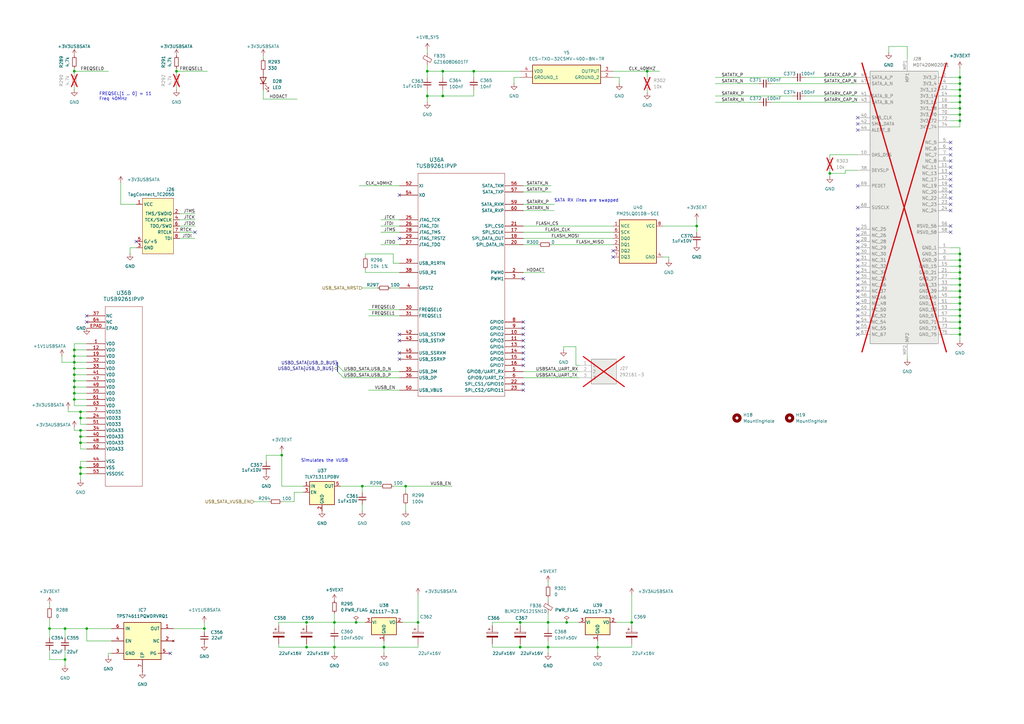
<source format=kicad_sch>
(kicad_sch (version 20250114) (generator "eeschema") (generator_version "9.0")
  (paper "A3")
  (title_block (title "NASR-M") (date "2025-09-22") (rev "D 0.9.4") (company "electrodyssey.net") (comment 1 "USB to SATA converter") (comment 2 "(c) Nazim 2025") (comment 3 "Author: Nazim Aghabayov") (comment 4 "SYZYGY Carrier Mainboard") (comment 5 "rel: Fletched Bustard"))
  (bus_alias "USB_D_BUS" (members "USB_D_N" "USB_D_P"))
  (text "Simulates the VUSB" (at 123.444 188.976 0) (effects (font (size 1.27 1.27)) (justify left)))
  (text "SATA RX lines are swapped" (at 240.538 82.296 0) (effects (font (size 1.27 1.27))))
  (text "FREQSEL[1 .. 0] = 11\nFreq 40MHz\n" (at 40.64 39.624 0) (effects (font (size 1.27 1.27)) (justify left)))
  (junction (at 213.36 265.43))
  (junction (at 30.48 29.21))
  (junction (at 265.43 29.21))
  (junction (at 157.48 265.43))
  (junction (at 33.02 191.77))
  (junction (at 33.02 179.07))
  (junction (at 393.7 132.08))
  (junction (at 33.02 176.53))
  (junction (at 285.75 92.71))
  (junction (at 171.45 255.27))
  (junction (at 393.7 49.53))
  (junction (at 175.26 29.21))
  (junction (at 340.36 71.12))
  (junction (at 137.16 255.27))
  (junction (at 393.7 121.92))
  (junction (at 232.41 255.27))
  (junction (at 33.02 181.61))
  (junction (at 393.7 124.46))
  (junction (at 35.56 257.81))
  (junction (at 33.02 168.91))
  (junction (at 148.59 199.39))
  (junction (at 115.57 186.69))
  (junction (at 30.48 156.21))
  (junction (at 30.48 153.67))
  (junction (at 30.48 143.51))
  (junction (at 393.7 44.45))
  (junction (at 26.67 270.51))
  (junction (at 83.82 257.81))
  (junction (at 166.37 199.39))
  (junction (at 393.7 129.54))
  (junction (at 30.48 148.59))
  (junction (at 393.7 34.29))
  (junction (at 393.7 127))
  (junction (at 393.7 31.75))
  (junction (at 30.48 146.05))
  (junction (at 30.48 151.13))
  (junction (at 33.02 194.31))
  (junction (at 393.7 119.38))
  (junction (at 194.31 29.21))
  (junction (at 30.48 161.29))
  (junction (at 33.02 171.45))
  (junction (at 30.48 163.83))
  (junction (at 213.36 255.27))
  (junction (at 20.32 257.81))
  (junction (at 224.79 255.27))
  (junction (at 393.7 134.62))
  (junction (at 245.11 265.43))
  (junction (at 393.7 106.68))
  (junction (at 175.26 39.37))
  (junction (at 181.61 39.37))
  (junction (at 393.7 114.3))
  (junction (at 125.73 255.27))
  (junction (at 393.7 111.76))
  (junction (at 72.39 29.21))
  (junction (at 30.48 158.75))
  (junction (at 125.73 265.43))
  (junction (at 224.79 265.43))
  (junction (at 393.7 36.83))
  (junction (at 393.7 46.99))
  (junction (at 26.67 257.81))
  (junction (at 393.7 39.37))
  (junction (at 137.16 265.43))
  (junction (at 393.7 104.14))
  (junction (at 393.7 41.91))
  (junction (at 146.05 255.27))
  (junction (at 393.7 109.22))
  (junction (at 393.7 137.16))
  (junction (at 181.61 29.21))
  (junction (at 259.08 255.27))
  (junction (at 393.7 116.84))
  (no_connect (at 163.83 139.7))
  (no_connect (at 389.89 95.25))
  (no_connect (at 351.79 104.14))
  (no_connect (at 351.79 114.3))
  (no_connect (at 389.89 92.71))
  (no_connect (at 251.46 105.41))
  (no_connect (at 389.89 78.74))
  (no_connect (at 389.89 58.42))
  (no_connect (at 351.79 111.76))
  (no_connect (at 351.79 76.2))
  (no_connect (at 389.89 73.66))
  (no_connect (at 214.63 137.16))
  (no_connect (at 351.79 93.98))
  (no_connect (at 389.89 71.12))
  (no_connect (at 389.89 68.58))
  (no_connect (at 351.79 132.08))
  (no_connect (at 214.63 149.86))
  (no_connect (at 35.56 132.08))
  (no_connect (at 351.79 50.8))
  (no_connect (at 351.79 116.84))
  (no_connect (at 214.63 160.02))
  (no_connect (at 351.79 134.62))
  (no_connect (at 214.63 134.62))
  (no_connect (at 351.79 129.54))
  (no_connect (at 214.63 132.08))
  (no_connect (at 351.79 101.6))
  (no_connect (at 35.56 129.54))
  (no_connect (at 69.85 267.97))
  (no_connect (at 351.79 106.68))
  (no_connect (at 351.79 53.34))
  (no_connect (at 351.79 96.52))
  (no_connect (at 351.79 109.22))
  (no_connect (at 214.63 142.24))
  (no_connect (at 251.46 102.87))
  (no_connect (at 351.79 121.92))
  (no_connect (at 351.79 85.09))
  (no_connect (at 163.83 137.16))
  (no_connect (at 351.79 124.46))
  (no_connect (at 389.89 76.2))
  (no_connect (at 163.83 97.79))
  (no_connect (at 214.63 114.3))
  (no_connect (at 214.63 144.78))
  (no_connect (at 389.89 81.28))
  (no_connect (at 389.89 60.96))
  (no_connect (at 351.79 99.06))
  (no_connect (at 389.89 86.36))
  (no_connect (at 214.63 157.48))
  (no_connect (at 351.79 127))
  (no_connect (at 214.63 139.7))
  (no_connect (at 163.83 147.32))
  (no_connect (at 389.89 83.82))
  (no_connect (at 214.63 147.32))
  (no_connect (at 389.89 66.04))
  (no_connect (at 163.83 80.01))
  (no_connect (at 351.79 48.26))
  (no_connect (at 389.89 63.5))
  (no_connect (at 163.83 144.78))
  (no_connect (at 80.01 95.25))
  (no_connect (at 351.79 137.16))
  (no_connect (at 351.79 119.38))
  (no_connect (at 55.88 99.06))
  (bus_entry (at 138.43 152.4) (size 2.54 2.54))
  (bus_entry (at 138.43 149.86) (size 2.54 2.54))
  (wire (pts (xy 293.37 39.37) (xy 325.12 39.37)))
  (wire (pts (xy 213.36 264.16) (xy 213.36 265.43)))
  (wire (pts (xy 346.71 71.12) (xy 346.71 69.85)))
  (wire (pts (xy 393.7 109.22) (xy 393.7 111.76)))
  (wire (pts (xy 30.48 151.13) (xy 30.48 153.67)))
  (wire (pts (xy 389.89 111.76) (xy 393.7 111.76)))
  (wire (pts (xy 214.63 76.2) (xy 226.06 76.2)))
  (wire (pts (xy 201.93 265.43) (xy 213.36 265.43)))
  (wire (pts (xy 171.45 255.27) (xy 165.1 255.27)))
  (wire (pts (xy 372.11 147.32) (xy 372.11 146.05)))
  (wire (pts (xy 44.45 267.97) (xy 44.45 269.24)))
  (wire (pts (xy 156.21 95.25) (xy 163.83 95.25)))
  (wire (pts (xy 30.48 175.26) (xy 30.48 176.53)))
  (wire (pts (xy 393.7 39.37) (xy 393.7 41.91)))
  (wire (pts (xy 194.31 29.21) (xy 194.31 31.75)))
  (wire (pts (xy 224.79 238.76) (xy 224.79 240.03)))
  (wire (pts (xy 175.26 26.67) (xy 175.26 29.21)))
  (wire (pts (xy 265.43 29.21) (xy 270.51 29.21)))
  (wire (pts (xy 33.02 171.45) (xy 33.02 173.99)))
  (wire (pts (xy 274.32 106.68) (xy 274.32 105.41)))
  (wire (pts (xy 137.16 262.89) (xy 137.16 265.43)))
  (wire (pts (xy 72.39 27.94) (xy 72.39 29.21)))
  (wire (pts (xy 393.7 44.45) (xy 393.7 46.99)))
  (wire (pts (xy 389.89 34.29) (xy 393.7 34.29)))
  (wire (pts (xy 316.23 41.91) (xy 351.79 41.91)))
  (wire (pts (xy 389.89 132.08) (xy 393.7 132.08)))
  (wire (pts (xy 35.56 257.81) (xy 45.72 257.81)))
  (wire (pts (xy 254 34.29) (xy 254 31.75)))
  (wire (pts (xy 166.37 199.39) (xy 185.42 199.39)))
  (wire (pts (xy 245.11 262.89) (xy 245.11 265.43)))
  (wire (pts (xy 346.71 69.85) (xy 351.79 69.85)))
  (wire (pts (xy 114.3 255.27) (xy 114.3 256.54)))
  (wire (pts (xy 393.7 49.53) (xy 393.7 52.07)))
  (wire (pts (xy 181.61 39.37) (xy 175.26 39.37)))
  (wire (pts (xy 120.65 201.93) (xy 124.46 201.93)))
  (wire (pts (xy 71.12 257.81) (xy 83.82 257.81)))
  (wire (pts (xy 25.4 148.59) (xy 30.48 148.59)))
  (wire (pts (xy 194.31 39.37) (xy 181.61 39.37)))
  (wire (pts (xy 107.95 22.86) (xy 107.95 24.13)))
  (wire (pts (xy 393.7 119.38) (xy 393.7 121.92)))
  (wire (pts (xy 149.86 104.14) (xy 149.86 105.41)))
  (wire (pts (xy 30.48 153.67) (xy 30.48 156.21)))
  (wire (pts (xy 80.01 87.63) (xy 73.66 87.63)))
  (wire (pts (xy 224.79 251.46) (xy 224.79 255.27)))
  (wire (pts (xy 389.89 39.37) (xy 393.7 39.37)))
  (wire (pts (xy 224.79 265.43) (xy 245.11 265.43)))
  (wire (pts (xy 30.48 161.29) (xy 35.56 161.29)))
  (wire (pts (xy 285.75 90.17) (xy 285.75 92.71)))
  (wire (pts (xy 139.7 199.39) (xy 148.59 199.39)))
  (wire (pts (xy 214.63 152.4) (xy 237.49 152.4)))
  (wire (pts (xy 389.89 114.3) (xy 393.7 114.3)))
  (wire (pts (xy 20.32 266.7) (xy 20.32 270.51)))
  (wire (pts (xy 393.7 124.46) (xy 393.7 127)))
  (wire (pts (xy 147.32 76.2) (xy 163.83 76.2)))
  (wire (pts (xy 33.02 168.91) (xy 27.94 168.91)))
  (wire (pts (xy 151.13 127) (xy 163.83 127)))
  (wire (pts (xy 393.7 52.07) (xy 389.89 52.07)))
  (wire (pts (xy 251.46 29.21) (xy 265.43 29.21)))
  (wire (pts (xy 146.05 255.27) (xy 149.86 255.27)))
  (wire (pts (xy 148.59 199.39) (xy 156.21 199.39)))
  (wire (pts (xy 245.11 265.43) (xy 259.08 265.43)))
  (wire (pts (xy 72.39 29.21) (xy 85.09 29.21)))
  (wire (pts (xy 137.16 265.43) (xy 157.48 265.43)))
  (wire (pts (xy 30.48 143.51) (xy 30.48 140.97)))
  (wire (pts (xy 393.7 127) (xy 393.7 129.54)))
  (wire (pts (xy 393.7 134.62) (xy 393.7 137.16)))
  (wire (pts (xy 156.21 92.71) (xy 163.83 92.71)))
  (wire (pts (xy 156.21 100.33) (xy 163.83 100.33)))
  (wire (pts (xy 137.16 255.27) (xy 137.16 257.81)))
  (wire (pts (xy 340.36 64.77) (xy 340.36 63.5)))
  (wire (pts (xy 83.82 255.27) (xy 83.82 257.81)))
  (wire (pts (xy 80.01 97.79) (xy 73.66 97.79)))
  (wire (pts (xy 149.86 111.76) (xy 163.83 111.76)))
  (wire (pts (xy 232.41 255.27) (xy 237.49 255.27)))
  (wire (pts (xy 148.59 209.55) (xy 148.59 207.01)))
  (wire (pts (xy 33.02 194.31) (xy 33.02 196.85)))
  (wire (pts (xy 393.7 101.6) (xy 393.7 104.14)))
  (wire (pts (xy 49.53 74.93) (xy 49.53 83.82)))
  (wire (pts (xy 224.79 262.89) (xy 224.79 265.43)))
  (wire (pts (xy 30.48 143.51) (xy 35.56 143.51)))
  (wire (pts (xy 115.57 205.74) (xy 120.65 205.74)))
  (wire (pts (xy 393.7 114.3) (xy 393.7 116.84)))
  (wire (pts (xy 231.14 142.24) (xy 231.14 143.51)))
  (wire (pts (xy 157.48 267.97) (xy 157.48 265.43)))
  (wire (pts (xy 33.02 168.91) (xy 33.02 171.45)))
  (wire (pts (xy 393.7 41.91) (xy 393.7 44.45)))
  (wire (pts (xy 20.32 248.92) (xy 20.32 247.65)))
  (wire (pts (xy 160.02 118.11) (xy 163.83 118.11)))
  (wire (pts (xy 293.37 34.29) (xy 311.15 34.29)))
  (wire (pts (xy 259.08 243.84) (xy 259.08 255.27)))
  (wire (pts (xy 35.56 176.53) (xy 33.02 176.53)))
  (wire (pts (xy 149.86 110.49) (xy 149.86 111.76)))
  (wire (pts (xy 340.36 71.12) (xy 340.36 72.39)))
  (wire (pts (xy 104.14 205.74) (xy 110.49 205.74)))
  (wire (pts (xy 254 31.75) (xy 251.46 31.75)))
  (wire (pts (xy 30.48 146.05) (xy 35.56 146.05)))
  (wire (pts (xy 161.29 199.39) (xy 166.37 199.39)))
  (wire (pts (xy 175.26 20.32) (xy 175.26 21.59)))
  (wire (pts (xy 389.89 134.62) (xy 393.7 134.62)))
  (wire (pts (xy 26.67 261.62) (xy 26.67 257.81)))
  (wire (pts (xy 33.02 194.31) (xy 35.56 194.31)))
  (wire (pts (xy 389.89 46.99) (xy 393.7 46.99)))
  (wire (pts (xy 393.7 46.99) (xy 393.7 49.53)))
  (wire (pts (xy 45.72 267.97) (xy 44.45 267.97)))
  (wire (pts (xy 137.16 255.27) (xy 146.05 255.27)))
  (wire (pts (xy 35.56 189.23) (xy 33.02 189.23)))
  (wire (pts (xy 156.21 90.17) (xy 163.83 90.17)))
  (wire (pts (xy 181.61 31.75) (xy 181.61 29.21)))
  (wire (pts (xy 389.89 137.16) (xy 393.7 137.16)))
  (wire (pts (xy 171.45 265.43) (xy 171.45 264.16)))
  (wire (pts (xy 389.89 36.83) (xy 393.7 36.83)))
  (wire (pts (xy 55.88 101.6) (xy 53.34 101.6)))
  (wire (pts (xy 245.11 267.97) (xy 245.11 265.43)))
  (wire (pts (xy 171.45 243.84) (xy 171.45 255.27)))
  (wire (pts (xy 33.02 191.77) (xy 35.56 191.77)))
  (wire (pts (xy 389.89 127) (xy 393.7 127)))
  (wire (pts (xy 175.26 39.37) (xy 175.26 41.91)))
  (wire (pts (xy 80.01 90.17) (xy 73.66 90.17)))
  (wire (pts (xy 33.02 179.07) (xy 35.56 179.07)))
  (wire (pts (xy 30.48 163.83) (xy 30.48 166.37)))
  (wire (pts (xy 157.48 265.43) (xy 171.45 265.43)))
  (wire (pts (xy 20.32 261.62) (xy 20.32 257.81)))
  (wire (pts (xy 389.89 129.54) (xy 393.7 129.54)))
  (wire (pts (xy 27.94 167.64) (xy 27.94 168.91)))
  (wire (pts (xy 30.48 158.75) (xy 35.56 158.75)))
  (wire (pts (xy 214.63 97.79) (xy 251.46 97.79)))
  (wire (pts (xy 26.67 257.81) (xy 35.56 257.81)))
  (wire (pts (xy 137.16 265.43) (xy 137.16 267.97)))
  (wire (pts (xy 30.48 151.13) (xy 35.56 151.13)))
  (wire (pts (xy 393.7 27.94) (xy 393.7 31.75)))
  (wire (pts (xy 237.49 149.86) (xy 236.22 149.86)))
  (wire (pts (xy 33.02 179.07) (xy 33.02 181.61)))
  (wire (pts (xy 214.63 154.94) (xy 237.49 154.94)))
  (wire (pts (xy 30.48 176.53) (xy 33.02 176.53)))
  (wire (pts (xy 393.7 36.83) (xy 393.7 39.37)))
  (wire (pts (xy 224.79 255.27) (xy 232.41 255.27)))
  (wire (pts (xy 214.63 78.74) (xy 226.06 78.74)))
  (wire (pts (xy 137.16 251.46) (xy 137.16 255.27)))
  (wire (pts (xy 393.7 137.16) (xy 393.7 139.7)))
  (wire (pts (xy 166.37 209.55) (xy 166.37 207.01)))
  (wire (pts (xy 35.56 262.89) (xy 35.56 257.81)))
  (wire (pts (xy 161.29 107.95) (xy 161.29 104.14)))
  (wire (pts (xy 175.26 29.21) (xy 175.26 31.75)))
  (wire (pts (xy 226.06 100.33) (xy 251.46 100.33)))
  (wire (pts (xy 157.48 262.89) (xy 157.48 265.43)))
  (wire (pts (xy 26.67 266.7) (xy 26.67 270.51)))
  (wire (pts (xy 389.89 31.75) (xy 393.7 31.75)))
  (wire (pts (xy 214.63 95.25) (xy 251.46 95.25)))
  (wire (pts (xy 393.7 116.84) (xy 393.7 119.38)))
  (wire (pts (xy 181.61 29.21) (xy 175.26 29.21)))
  (wire (pts (xy 80.01 95.25) (xy 73.66 95.25)))
  (wire (pts (xy 201.93 255.27) (xy 201.93 256.54)))
  (wire (pts (xy 115.57 186.69) (xy 115.57 199.39)))
  (wire (pts (xy 346.71 71.12) (xy 340.36 71.12)))
  (wire (pts (xy 213.36 255.27) (xy 213.36 256.54)))
  (wire (pts (xy 20.32 270.51) (xy 26.67 270.51)))
  (wire (pts (xy 271.78 92.71) (xy 285.75 92.71)))
  (wire (pts (xy 293.37 41.91) (xy 311.15 41.91)))
  (wire (pts (xy 194.31 29.21) (xy 213.36 29.21)))
  (wire (pts (xy 33.02 189.23) (xy 33.02 191.77)))
  (wire (pts (xy 107.95 40.64) (xy 121.92 40.64)))
  (wire (pts (xy 389.89 41.91) (xy 393.7 41.91)))
  (wire (pts (xy 259.08 255.27) (xy 259.08 256.54)))
  (wire (pts (xy 30.48 146.05) (xy 30.48 143.51)))
  (wire (pts (xy 30.48 29.21) (xy 30.48 30.48)))
  (wire (pts (xy 393.7 34.29) (xy 393.7 36.83)))
  (wire (pts (xy 213.36 265.43) (xy 224.79 265.43)))
  (wire (pts (xy 115.57 185.42) (xy 115.57 186.69)))
  (wire (pts (xy 72.39 35.56) (xy 72.39 36.83)))
  (wire (pts (xy 30.48 140.97) (xy 35.56 140.97)))
  (wire (pts (xy 389.89 124.46) (xy 393.7 124.46)))
  (wire (pts (xy 30.48 148.59) (xy 30.48 151.13)))
  (wire (pts (xy 125.73 264.16) (xy 125.73 265.43)))
  (wire (pts (xy 224.79 255.27) (xy 224.79 257.81)))
  (wire (pts (xy 210.82 31.75) (xy 210.82 34.29)))
  (wire (pts (xy 25.4 146.05) (xy 25.4 148.59)))
  (wire (pts (xy 30.48 163.83) (xy 35.56 163.83)))
  (wire (pts (xy 166.37 199.39) (xy 166.37 201.93)))
  (bus (pts (xy 138.43 148.59) (xy 138.43 149.86)))
  (wire (pts (xy 340.36 63.5) (xy 351.79 63.5)))
  (wire (pts (xy 140.97 154.94) (xy 163.83 154.94)))
  (wire (pts (xy 265.43 38.1) (xy 265.43 36.83)))
  (wire (pts (xy 151.13 160.02) (xy 163.83 160.02)))
  (wire (pts (xy 393.7 129.54) (xy 393.7 132.08)))
  (wire (pts (xy 389.89 109.22) (xy 393.7 109.22)))
  (wire (pts (xy 393.7 106.68) (xy 393.7 109.22)))
  (wire (pts (xy 389.89 101.6) (xy 393.7 101.6)))
  (wire (pts (xy 330.2 39.37) (xy 351.79 39.37)))
  (wire (pts (xy 114.3 264.16) (xy 114.3 265.43)))
  (wire (pts (xy 20.32 254) (xy 20.32 257.81)))
  (wire (pts (xy 224.79 265.43) (xy 224.79 267.97)))
  (wire (pts (xy 114.3 265.43) (xy 125.73 265.43)))
  (wire (pts (xy 213.36 255.27) (xy 224.79 255.27)))
  (wire (pts (xy 161.29 104.14) (xy 149.86 104.14)))
  (wire (pts (xy 372.11 19.05) (xy 372.11 24.13)))
  (wire (pts (xy 151.13 129.54) (xy 163.83 129.54)))
  (wire (pts (xy 148.59 118.11) (xy 154.94 118.11)))
  (wire (pts (xy 107.95 36.83) (xy 107.95 40.64)))
  (wire (pts (xy 30.48 166.37) (xy 35.56 166.37)))
  (wire (pts (xy 26.67 270.51) (xy 26.67 273.05)))
  (wire (pts (xy 163.83 107.95) (xy 161.29 107.95)))
  (wire (pts (xy 120.65 201.93) (xy 120.65 205.74)))
  (wire (pts (xy 30.48 156.21) (xy 30.48 158.75)))
  (wire (pts (xy 316.23 34.29) (xy 351.79 34.29)))
  (wire (pts (xy 109.22 186.69) (xy 115.57 186.69)))
  (wire (pts (xy 364.49 21.59) (xy 364.49 19.05)))
  (wire (pts (xy 33.02 181.61) (xy 35.56 181.61)))
  (wire (pts (xy 213.36 31.75) (xy 210.82 31.75)))
  (wire (pts (xy 201.93 264.16) (xy 201.93 265.43)))
  (wire (pts (xy 30.48 161.29) (xy 30.48 163.83)))
  (wire (pts (xy 140.97 152.4) (xy 163.83 152.4)))
  (wire (pts (xy 45.72 262.89) (xy 35.56 262.89)))
  (wire (pts (xy 236.22 149.86) (xy 236.22 142.24)))
  (wire (pts (xy 389.89 104.14) (xy 393.7 104.14)))
  (wire (pts (xy 109.22 189.23) (xy 109.22 186.69)))
  (wire (pts (xy 80.01 92.71) (xy 73.66 92.71)))
  (wire (pts (xy 330.2 31.75) (xy 351.79 31.75)))
  (wire (pts (xy 30.48 148.59) (xy 35.56 148.59)))
  (wire (pts (xy 114.3 255.27) (xy 125.73 255.27)))
  (wire (pts (xy 214.63 83.82) (xy 227.33 83.82)))
  (wire (pts (xy 285.75 92.71) (xy 285.75 95.25)))
  (wire (pts (xy 83.82 259.08) (xy 83.82 257.81)))
  (wire (pts (xy 214.63 92.71) (xy 251.46 92.71)))
  (wire (pts (xy 340.36 69.85) (xy 340.36 71.12)))
  (wire (pts (xy 393.7 104.14) (xy 393.7 106.68)))
  (wire (pts (xy 214.63 111.76) (xy 223.52 111.76)))
  (wire (pts (xy 20.32 257.81) (xy 26.67 257.81)))
  (wire (pts (xy 33.02 181.61) (xy 33.02 184.15)))
  (wire (pts (xy 389.89 121.92) (xy 393.7 121.92)))
  (wire (pts (xy 389.89 44.45) (xy 393.7 44.45)))
  (wire (pts (xy 224.79 245.11) (xy 224.79 246.38)))
  (wire (pts (xy 389.89 116.84) (xy 393.7 116.84)))
  (wire (pts (xy 72.39 29.21) (xy 72.39 30.48)))
  (wire (pts (xy 30.48 27.94) (xy 30.48 29.21)))
  (wire (pts (xy 393.7 111.76) (xy 393.7 114.3)))
  (wire (pts (xy 33.02 168.91) (xy 35.56 168.91)))
  (wire (pts (xy 274.32 105.41) (xy 271.78 105.41)))
  (wire (pts (xy 55.88 83.82) (xy 49.53 83.82)))
  (wire (pts (xy 30.48 146.05) (xy 30.48 148.59)))
  (wire (pts (xy 181.61 29.21) (xy 194.31 29.21)))
  (wire (pts (xy 125.73 265.43) (xy 137.16 265.43)))
  (wire (pts (xy 115.57 199.39) (xy 124.46 199.39)))
  (wire (pts (xy 33.02 184.15) (xy 35.56 184.15)))
  (wire (pts (xy 125.73 255.27) (xy 137.16 255.27)))
  (wire (pts (xy 389.89 106.68) (xy 393.7 106.68)))
  (wire (pts (xy 30.48 29.21) (xy 44.45 29.21)))
  (wire (pts (xy 148.59 201.93) (xy 148.59 199.39)))
  (bus (pts (xy 138.43 149.86) (xy 138.43 152.4)))
  (wire (pts (xy 53.34 101.6) (xy 53.34 104.14)))
  (wire (pts (xy 30.48 156.21) (xy 35.56 156.21)))
  (wire (pts (xy 214.63 100.33) (xy 220.98 100.33)))
  (wire (pts (xy 194.31 36.83) (xy 194.31 39.37)))
  (wire (pts (xy 33.02 171.45) (xy 35.56 171.45)))
  (wire (pts (xy 171.45 255.27) (xy 171.45 256.54)))
  (wire (pts (xy 33.02 191.77) (xy 33.02 194.31)))
  (wire (pts (xy 30.48 35.56) (xy 30.48 36.83)))
  (wire (pts (xy 33.02 176.53) (xy 33.02 179.07)))
  (wire (pts (xy 393.7 121.92) (xy 393.7 124.46)))
  (wire (pts (xy 33.02 173.99) (xy 35.56 173.99)))
  (wire (pts (xy 389.89 49.53) (xy 393.7 49.53)))
  (wire (pts (xy 201.93 255.27) (xy 213.36 255.27)))
  (wire (pts (xy 364.49 19.05) (xy 372.11 19.05)))
  (wire (pts (xy 125.73 255.27) (xy 125.73 256.54)))
  (wire (pts (xy 175.26 36.83) (xy 175.26 39.37)))
  (wire (pts (xy 214.63 86.36) (xy 227.33 86.36)))
  (wire (pts (xy 389.89 119.38) (xy 393.7 119.38)))
  (wire (pts (xy 236.22 142.24) (xy 231.14 142.24)))
  (wire (pts (xy 293.37 31.75) (xy 325.12 31.75)))
  (wire (pts (xy 393.7 31.75) (xy 393.7 34.29)))
  (wire (pts (xy 181.61 36.83) (xy 181.61 39.37)))
  (wire (pts (xy 259.08 265.43) (xy 259.08 264.16)))
  (wire (pts (xy 393.7 132.08) (xy 393.7 134.62)))
  (wire (pts (xy 259.08 255.27) (xy 252.73 255.27)))
  (wire (pts (xy 265.43 29.21) (xy 265.43 31.75)))
  (wire (pts (xy 30.48 158.75) (xy 30.48 161.29)))
  (wire (pts (xy 30.48 153.67) (xy 35.56 153.67)))
  (label "SATATX_CAP_N" (at 337.82 34.29 0))
  (label "USBD_SATA.USB_D_P" (at 140.97 154.94 0))
  (label "JTDO" (at 80.01 92.71 180))
  (label "SATARX_CAP_N" (at 337.82 41.91 0))
  (label "USBSATA_UART_RX" (at 219.71 152.4 0))
  (label "SATARX_N" (at 215.9 86.36 0))
  (label "FREQSEL1" (at 73.66 29.21 0))
  (label "JTDI" (at 157.48 92.71 0))
  (label "FLASH_MOSI" (at 226.06 97.79 0))
  (label "USBSATA_UART_TX" (at 219.71 154.94 0))
  (label "USBD_SATA{USB_D_BUS}" (at 138.43 149.86 180))
  (label "FLASH_CS" (at 219.71 92.71 0))
  (label "HDDACT" (at 110.49 40.64 0))
  (label "SATARX_N" (at 295.91 41.91 0))
  (label "RTCK" (at 78.74 95.25 180))
  (label "JTDO" (at 157.48 100.33 0))
  (label "FLASH_CLK" (at 223.52 95.25 0))
  (label "SATARX_P" (at 295.91 39.37 0))
  (label "SATATX_N" (at 215.9 76.2 0))
  (label "FLASH_MISO" (at 236.22 100.33 0))
  (label "JTCK" (at 157.48 90.17 0))
  (label "FREQSEL0" (at 152.4 127 0))
  (label "VUSB_EN" (at 153.67 160.02 0))
  (label "SATATX_P" (at 295.91 31.75 0))
  (label "VUSB_EN" (at 176.53 199.39 0))
  (label "CLK_40MHZ" (at 149.86 76.2 0))
  (label "FREQSEL0" (at 33.02 29.21 0))
  (label "JTMS" (at 80.01 87.63 180))
  (label "JTMS" (at 157.48 95.25 0))
  (label "USBD_SATA.USB_D_N" (at 140.97 152.4 0))
  (label "CLK_40MHZ" (at 257.81 29.21 0))
  (label "JTDI" (at 78.74 97.79 180))
  (label "SATATX_N" (at 295.91 34.29 0))
  (label "SATARX_P" (at 215.9 83.82 0))
  (label "SATATX_P" (at 215.9 78.74 0))
  (label "JTCK" (at 80.01 90.17 180))
  (label "SATARX_CAP_P" (at 337.82 39.37 0))
  (label "SATATX_CAP_P" (at 337.82 31.75 0))
  (label "HDDACT" (at 215.9 111.76 0))
  (label "FREQSEL1" (at 152.4 129.54 0))
  (hierarchical_label "USBD_SATA{USB_D_BUS}" (shape bidirectional) (at 138.43 151.13 180))
  (hierarchical_label "USB_SATA_NRST" (shape input) (at 148.59 118.11 180))
  (hierarchical_label "USB_SATA_VUSB_EN" (shape input) (at 104.14 205.74 180))
  (symbol (lib_id "Device:R_Small") (at 107.95 26.67 0) (unit 1)
    (property "Reference" "R293" (at 109.855 25.4 0) (effects (justify left)))
    (property "Value" "330" (at 109.855 27.94 0) (effects (justify left)))
    (property "Footprint" "Resistor_SMD:R_0402_1005Metric" (effects (hide yes)))
    (property "JLCPCB Part #" "C25104" (effects (hide yes)))
    (property "Part" "0402WGF3300TCE" (effects (hide yes)))
  )
  (symbol (lib_id "MDT420M02001:MDT420M02001") (at 328.93 74.93 0) (unit 1) (dnp yes)
    (property "Reference" "J28" (at 374.3041 24.13 0) (effects (justify left)))
    (property "Value" "MDT420M02001" (at 374.3041 26.67 0) (effects (justify left)))
    (property "Footprint" "pretty:MDT420M02001" (effects (hide yes)))
    (property "Datasheet" "https://cdn.amphenol-cs.com/media/wysiwyg/files/documentation/datasheet/ssio/ssio_pcie_m2.pdf" (effects (hide yes)))
    (property "Height" "4.2" (effects (hide yes)))
    (property "Mouser Part Number" "523-MDT420M02001" (effects (hide yes)))
    (property "Mouser Price/Stock" "https://www.mouser.co.uk/ProductDetail/Amphenol-FCI/MDT420M02001?qs=lrCDz5EUXIb08Ch1%2FSIr6A%3D%3D" (effects (hide yes)))
    (property "Manufacturer_Name" "Amphenol Communications Solutions" (effects (hide yes)))
    (property "Manufacturer_Part_Number" "MDT420M02001" (effects (hide yes)))
    (property "JLCPCB Part #" "C2927698" (effects (hide yes)))
  )
  (symbol (lib_id "GPWR3V3MCU:+3V3MCU") (at 259.08 243.84 0) (unit 1)
    (property "Reference" "#PWR3V3MCU057" (effects (hide yes)))
    (property "Value" "+3V3AUSBSATA" (at 261.62 242.5699 0) (effects (justify left)))
  )
  (symbol (lib_id "power:GND") (at 26.67 273.05 0) (unit 1)
    (property "Reference" "#PWR0421" (effects (hide yes)))
    (property "Value" "GND" (at 26.67 278.13 0))
    (property "Description" "Power symbol creates a global label with name \"GND\" , ground" (effects (hide yes)))
  )
  (symbol (lib_id "Device:C_Small") (at 175.26 34.29 0) (unit 1)
    (property "Reference" "C363" (at 168.656 33.274 0) (effects (justify left)))
    (property "Value" "1uFx10V" (at 165.1 35.306 0) (effects (justify left)))
    (property "Footprint" "Capacitor_SMD:C_0603_1608Metric" (effects (hide yes)))
    (property "JLCPCB Part #" "C841050" (effects (hide yes)))
  )
  (symbol (lib_id "Device:C_Polarized") (at 201.93 260.35 0) (unit 1)
    (property "Reference" "C366" (at 199.898 253.492 0) (effects (justify left)))
    (property "Value" "22uFx16V" (at 201.93 267.97 0) (effects (justify left)))
    (property "Footprint" "Capacitor_Tantalum_SMD:CP_EIA-6032-15_Kemet-U" (effects (hide yes)))
    (property "Description" "-55℃~+125℃ 16V 22uF 350mΩ ±10% 2312 Tantalum Capacitors ROHS" (effects (hide yes)))
    (property "Part" "TR3C226K016C0350" (effects (hide yes)))
    (property "JLCPCB Part #" "C1954274" (effects (hide yes)))
  )
  (symbol (lib_id "power:GND") (at 254 34.29 0) (unit 1)
    (property "Reference" "#PWR0442" (effects (hide yes)))
    (property "Value" "GND" (at 254 39.37 0))
    (property "Description" "Power symbol creates a global label with name \"GND\" , ground" (effects (hide yes)))
  )
  (symbol (lib_id "Device:C_Small") (at 26.67 264.16 0) (unit 1)
    (property "Reference" "C355" (at 27.305 261.62 0) (effects (justify left)))
    (property "Value" "22uF" (at 27.305 267.335 0) (effects (justify left)))
    (property "Footprint" "Capacitor_SMD:C_0805_2012Metric" (effects (hide yes)))
    (property "Description" "22uF 6.3V X5R ±20% 0805 Multilayer Ceramic Capacitors MLCC - SMD/SMT ROHS" (effects (hide yes)))
    (property "Part" "CL21A226MQQNNNE" (effects (hide yes)))
    (property "JLCPCB Part #" "C5674" (effects (hide yes)))
  )
  (symbol (lib_id "Device:C_Small") (at 83.82 261.62 0) (unit 1)
    (property "Reference" "C356" (at 86.36 259.334 0) (effects (justify left)))
    (property "Value" "22uF" (at 86.614 261.62 0) (effects (justify left)))
    (property "Footprint" "Capacitor_SMD:C_0805_2012Metric" (effects (hide yes)))
    (property "Description" "22uF 6.3V X5R ±20% 0805 Multilayer Ceramic Capacitors MLCC - SMD/SMT ROHS" (effects (hide yes)))
    (property "Part" "CL21A226MQQNNNE" (effects (hide yes)))
    (property "JLCPCB Part #" "C5674" (effects (hide yes)))
  )
  (symbol (lib_id "power:GND") (at 393.7 139.7 0) (unit 1)
    (property "Reference" "#PWR0449" (effects (hide yes)))
    (property "Value" "GND" (at 393.7 144.78 0))
    (property "Description" "Power symbol creates a global label with name \"GND\" , ground" (effects (hide yes)))
  )
  (symbol (lib_id "power:GND") (at 285.75 100.33 0) (unit 1)
    (property "Reference" "#PWR0445" (effects (hide yes)))
    (property "Value" "GND" (at 285.75 105.41 0))
    (property "Description" "Power symbol creates a global label with name \"GND\" , ground" (effects (hide yes)))
  )
  (symbol (lib_id "Device:FerriteBead_Small") (at 175.26 24.13 180) (unit 1)
    (property "Reference" "FB35" (at 177.8 22.898 0) (effects (justify right)))
    (property "Value" "GZ1608D601TF" (at 177.8 25.438 0) (effects (justify right)))
    (property "Footprint" "Inductor_SMD:L_0603_1608Metric" (effects (hide yes)))
    (property "Description" "450mΩ ±25% 600Ω@100MHz 200mA" (effects (hide yes)))
    (property "JLCPCB Part #" "C1002" (effects (hide yes)))
    (property "Part" "GZ1608D601TF" (effects (hide yes)))
  )
  (symbol (lib_id "power:GND") (at 35.56 134.62 0) (unit 1)
    (property "Reference" "#PWR0424" (effects (hide yes)))
    (property "Value" "GND" (at 33.274 134.62 0))
    (property "Description" "Power symbol creates a global label with name \"GND\" , ground" (effects (hide yes)))
  )
  (symbol (lib_id "GPWR5VEXT:+5VEXT") (at 224.79 238.76 0) (unit 1)
    (property "Reference" "#PWR5VEXT016" (effects (hide yes)))
    (property "Value" "+5VEXT" (at 224.79 234.315 0))
  )
  (symbol (lib_id "Device:R_Small") (at 157.48 118.11 90) (unit 1)
    (property "Reference" "R297" (at 152.908 116.84 90))
    (property "Value" "100" (at 162.052 116.84 90))
    (property "Footprint" "Resistor_SMD:R_0402_1005Metric" (effects (hide yes)))
    (property "JLCPCB Part #" "C153111" (effects (hide yes)))
    (property "Part" "RM04FTN1000" (effects (hide yes)))
  )
  (symbol (lib_id "power:GND") (at 33.02 196.85 0) (unit 1)
    (property "Reference" "#PWR0423" (effects (hide yes)))
    (property "Value" "GND" (at 33.02 201.93 0))
    (property "Description" "Power symbol creates a global label with name \"GND\" , ground" (effects (hide yes)))
  )
  (symbol (lib_id "Device:C_Small") (at 313.69 41.91 270) (unit 1)
    (property "Reference" "C372" (at 309.88 40.386 90))
    (property "Value" "100nF" (at 317.5 40.386 90))
    (property "Footprint" "Capacitor_SMD:C_0402_1005Metric" (effects (hide yes)))
    (property "JLCPCB Part #" "C541465" (effects (hide yes)))
    (property "Part" "CC0402JRX7R8BB104" (effects (hide yes)))
  )
  (symbol (lib_id "Device:C_Small") (at 194.31 34.29 180) (unit 1)
    (property "Reference" "C365" (at 196.85 33.0135 0) (effects (justify right)))
    (property "Value" "10nF" (at 196.85 35.5535 0) (effects (justify right)))
    (property "Footprint" "Capacitor_SMD:C_0402_1005Metric" (effects (hide yes)))
    (property "JLCPCB Part #" "C15195" (effects (hide yes)))
    (property "Part" "CL05B103KB5NNNC" (effects (hide yes)))
  )
  (symbol (lib_id "Device:R_Small") (at 223.52 100.33 270) (unit 1)
    (property "Reference" "R300" (at 218.44 99.314 90))
    (property "Value" "0" (at 226.822 99.314 90))
    (property "Footprint" "Resistor_SMD:R_0805_2012Metric" (effects (hide yes)))
    (property "JLCPCB Part #" "C2936632" (effects (hide yes)))
  )
  (symbol (lib_id "Device:C_Small") (at 327.66 39.37 270) (unit 1)
    (property "Reference" "C374" (at 323.85 37.846 90))
    (property "Value" "100nF" (at 331.47 37.846 90))
    (property "Footprint" "Capacitor_SMD:C_0402_1005Metric" (effects (hide yes)))
    (property "JLCPCB Part #" "C541465" (effects (hide yes)))
    (property "Part" "CC0402JRX7R8BB104" (effects (hide yes)))
  )
  (symbol (lib_id "GPWR3V3EXT:+3V3EXT") (at 285.75 90.17 0) (unit 1)
    (property "Reference" "#PWR3V3EXT019" (effects (hide yes)))
    (property "Value" "+3V3EXT" (at 285.75 85.09 0))
    (property "Description" "Power symbol creates a global label with name \"+3V3EXT\"" (effects (hide yes)))
  )
  (symbol (lib_id "power:GND") (at 83.82 264.16 0) (unit 1)
    (property "Reference" "#PWR0430" (effects (hide yes)))
    (property "Value" "GND" (at 83.82 269.24 0))
    (property "Description" "Power symbol creates a global label with name \"GND\" , ground" (effects (hide yes)))
  )
  (symbol (lib_id "power:PWR_FLAG") (at 232.41 255.27 0) (unit 1)
    (property "Reference" "#FLG028" (effects (hide yes)))
    (property "Value" "PWR_FLAG" (at 232.41 250.19 0))
    (property "Description" "Special symbol for telling ERC where power comes from" (effects (hide yes)))
  )
  (symbol (lib_id "power:GND") (at 224.79 267.97 0) (unit 1)
    (property "Reference" "#PWR0439" (effects (hide yes)))
    (property "Value" "GND" (at 224.79 273.05 0))
  )
  (symbol (lib_id "power:GND") (at 340.36 72.39 0) (unit 1)
    (property "Reference" "#PWR0446" (effects (hide yes)))
    (property "Value" "GND" (at 340.36 77.47 0))
    (property "Description" "Power symbol creates a global label with name \"GND\" , ground" (effects (hide yes)))
  )
  (symbol (lib_id "power:GND") (at 231.14 143.51 0) (unit 1)
    (property "Reference" "#PWR0440" (effects (hide yes)))
    (property "Value" "GND" (at 231.14 148.59 0))
    (property "Description" "Power symbol creates a global label with name \"GND\" , ground" (effects (hide yes)))
  )
  (symbol (lib_id "GPWR3V3MCU:+3V3MCU") (at 171.45 243.84 0) (unit 1)
    (property "Reference" "#PWR3V3MCU056" (effects (hide yes)))
    (property "Value" "+3V3USBSATA" (at 173.99 242.5699 0) (effects (justify left)))
  )
  (symbol (lib_id "power:GND") (at 148.59 209.55 0) (unit 1)
    (property "Reference" "#PWR0434" (effects (hide yes)))
    (property "Value" "GND" (at 148.59 214.63 0))
    (property "Description" "Power symbol creates a global label with name \"GND\" , ground" (effects (hide yes)))
  )
  (symbol (lib_id "Device:C_Small") (at 148.59 204.47 0) (unit 1)
    (property "Reference" "C361" (at 141.986 203.454 0) (effects (justify left)))
    (property "Value" "1uFx10V" (at 138.43 205.486 0) (effects (justify left)))
    (property "Footprint" "Capacitor_SMD:C_0603_1608Metric" (effects (hide yes)))
    (property "JLCPCB Part #" "C841050" (effects (hide yes)))
  )
  (symbol (lib_id "power:GND") (at 265.43 38.1 0) (unit 1)
    (property "Reference" "#PWR0443" (effects (hide yes)))
    (property "Value" "GND" (at 265.43 43.18 0))
    (property "Description" "Power symbol creates a global label with name \"GND\" , ground" (effects (hide yes)))
  )
  (symbol (lib_id "GPWR3V3MCU:+3V3MCU") (at 107.95 22.86 0) (unit 1)
    (property "Reference" "#PWR3V3MCU055" (effects (hide yes)))
    (property "Value" "+3V3USBSATA" (at 101.092 19.05 0) (effects (justify left)))
  )
  (symbol (lib_id "power:GND") (at 166.37 209.55 0) (unit 1)
    (property "Reference" "#PWR0436" (effects (hide yes)))
    (property "Value" "GND" (at 166.37 214.63 0))
    (property "Description" "Power symbol creates a global label with name \"GND\" , ground" (effects (hide yes)))
  )
  (symbol (lib_id "Device:R_Small") (at 72.39 25.4 180) (unit 1)
    (property "Reference" "R291" (at 67.056 25.4 90))
    (property "Value" "4.7k" (at 69.596 25.4 90))
    (property "Footprint" "Resistor_SMD:R_0402_1005Metric" (effects (hide yes)))
    (property "JLCPCB Part #" "C25900" (effects (hide yes)))
    (property "Part" "0402WGF4701TCE" (effects (hide yes)))
  )
  (symbol (lib_id "Mechanical:MountingHole") (at 323.85 171.45 0) (unit 1) (exclude_from_sim yes) (in_bom no)
    (property "Reference" "H19" (at 326.39 170.1799 0) (effects (justify left)))
    (property "Value" "MountingHole" (at 326.39 172.7199 0) (effects (justify left)))
    (property "Footprint" "MountingHole:MountingHole_4.3x6.2mm_M4_Pad" (effects (hide yes)))
    (property "Description" "Mounting Hole without connection" (effects (hide yes)))
  )
  (symbol (lib_id "power:GND") (at 274.32 106.68 0) (unit 1)
    (property "Reference" "#PWR0444" (effects (hide yes)))
    (property "Value" "GND" (at 274.32 111.76 0))
    (property "Description" "Power symbol creates a global label with name \"GND\" , ground" (effects (hide yes)))
  )
  (symbol (lib_id "Device:LED") (at 107.95 33.02 90) (unit 1)
    (property "Reference" "D28" (at 111.76 33.3375 90) (effects (justify right)))
    (property "Value" "LED" (at 111.76 35.8775 90) (effects (justify right)))
    (property "Footprint" "LED_SMD:LED_0805_2012Metric" (effects (hide yes)))
    (property "JLCPCB Part #" "C497958" (effects (hide yes)))
    (property "Part" "HL-PSC-2012S11GC" (effects (hide yes)))
    (property "Desc" "Green 0805 LED" (effects (hide yes)))
  )
  (symbol (lib_id "power:GND") (at 30.48 36.83 0) (mirror y) (unit 1)
    (property "Reference" "#PWR0422" (effects (hide yes)))
    (property "Value" "GND" (at 30.48 41.91 0))
  )
  (symbol (lib_id "Device:R_Small") (at 149.86 107.95 0) (unit 1)
    (property "Reference" "R296" (at 151.892 106.68 0) (effects (justify left)))
    (property "Value" "10k 1%" (at 151.892 109.22 0) (effects (justify left)))
    (property "Footprint" "Resistor_SMD:R_0402_1005Metric" (effects (hide yes)))
    (property "JLCPCB Part #" "C25744" (effects (hide yes)))
    (property "Part" "0402WGF1002TCE" (effects (hide yes)))
  )
  (symbol (lib_id "Regulator_Linear:AZ1117-3.3") (at 245.11 255.27 0) (unit 1)
    (property "Reference" "U39" (at 245.11 248.285 0))
    (property "Value" "AZ1117-3.3" (at 245.11 250.825 0))
    (property "Footprint" "Package_TO_SOT_SMD:SOT-223-3_TabPin2" (effects (hide yes)))
    (property "Datasheet" "https://www.diodes.com/assets/Datasheets/AZ1117.pdf" (effects (hide yes)))
    (property "JLCPCB Part #" "C110474" (effects (hide yes)))
    (property "Part" "AZ1117H-3.3TRG1" (effects (hide yes)))
  )
  (symbol (lib_id "ECS-TXO-32CSMV-270-AN-TR:ECS-TXO-32CSMV-270-AN-TR") (at 213.36 29.21 0) (unit 1)
    (property "Reference" "Y5" (at 232.41 21.59 0))
    (property "Value" "ECS-TXO-32CSMV-400-BN-TR" (at 232.41 24.13 0))
    (property "Footprint" "pretty:ECSTXO32CSMV270ANTR" (effects (hide yes)))
    (property "Height" "1.2" (effects (hide yes)))
    (property "Mouser Part Number" "520-TXO32CSMV270ANTR" (effects (hide yes)))
    (property "Mouser Price/Stock" "https://www.mouser.co.uk/ProductDetail/ECS/ECS-TXO-32CSMV-270-AN-TR?qs=wnTfsH77Xs7cq2UY9y0Mqw%3D%3D" (effects (hide yes)))
    (property "Manufacturer_Name" "ECS" (effects (hide yes)))
    (property "Manufacturer_Part_Number" "ECS-TXO-32CSMV-270-AN-TR" (effects (hide yes)))
    (property "JLCPCB Part #" "C5633358" (effects (hide yes)))
  )
  (symbol (lib_id "Device:C_Polarized") (at 259.08 260.35 0) (unit 1)
    (property "Reference" "C369" (at 259.842 252.984 0) (effects (justify left)))
    (property "Value" "22uFx16V" (at 259.08 267.97 0) (effects (justify left)))
    (property "Footprint" "Capacitor_Tantalum_SMD:CP_EIA-6032-15_Kemet-U" (effects (hide yes)))
    (property "Description" "-55℃~+125℃ 16V 22uF 350mΩ ±10% 2312 Tantalum Capacitors ROHS" (effects (hide yes)))
    (property "Part" "TR3C226K016C0350" (effects (hide yes)))
    (property "JLCPCB Part #" "C1954274" (effects (hide yes)))
  )
  (symbol (lib_id "power:GND") (at 53.34 104.14 0) (mirror y) (unit 1)
    (property "Reference" "#PWR0426" (effects (hide yes)))
    (property "Value" "GND" (at 53.34 109.22 0))
  )
  (symbol (lib_id "Device:C_Polarized") (at 213.36 260.35 0) (unit 1)
    (property "Reference" "C367" (at 211.328 253.492 0) (effects (justify left)))
    (property "Value" "22uFx16V" (at 213.36 267.97 0) (effects (justify left)))
    (property "Footprint" "Capacitor_Tantalum_SMD:CP_EIA-6032-15_Kemet-U" (effects (hide yes)))
    (property "Description" "-55℃~+125℃ 16V 22uF 350mΩ ±10% 2312 Tantalum Capacitors ROHS" (effects (hide yes)))
    (property "Part" "TR3C226K016C0350" (effects (hide yes)))
    (property "JLCPCB Part #" "C1954274" (effects (hide yes)))
  )
  (symbol (lib_id "Device:R_Small") (at 340.36 67.31 0) (unit 1) (dnp yes)
    (property "Reference" "R303" (at 342.9 66.0399 0) (effects (justify left)))
    (property "Value" "10k" (at 342.9 68.5799 0) (effects (justify left)))
    (property "Footprint" "Resistor_SMD:R_0402_1005Metric" (effects (hide yes)))
    (property "JLCPCB Part #" "C25744" (effects (hide yes)))
    (property "Part" "0402WGF1002TCE" (effects (hide yes)))
  )
  (symbol (lib_id "Device:C_Small") (at 109.22 191.77 0) (unit 1)
    (property "Reference" "C357" (at 102.616 190.754 0) (effects (justify left)))
    (property "Value" "1uFx10V" (at 99.06 192.786 0) (effects (justify left)))
    (property "Footprint" "Capacitor_SMD:C_0603_1608Metric" (effects (hide yes)))
    (property "JLCPCB Part #" "C841050" (effects (hide yes)))
  )
  (symbol (lib_id "conn_arm_swd_tagconnect_tc2050:Conn_ARM_SWD_TagConnect_TC2050") (at 64.77 90.17 0) (mirror y) (unit 1) (in_bom no)
    (property "Reference" "J26" (at 69.85 77.724 0))
    (property "Value" "TagConnect_TC2050" (at 61.976 79.756 0))
    (property "Footprint" "Connector:Tag-Connect_TC2050-IDC-FP_2x05_P1.27mm_Vertical" (effects (hide yes)))
    (property "Description" "Tag-Connect ARM Cortex SWD JTAG connector, 10 pin" (effects (hide yes)))
  )
  (symbol (lib_id "power:+1V1") (at 83.82 255.27 0) (unit 1)
    (property "Reference" "#PWR0429" (effects (hide yes)))
    (property "Value" "+1V1USBSATA" (at 83.82 250.19 0))
    (property "Description" "USB SATA converter VDD \"+1V1\"" (effects (hide yes)))
  )
  (symbol (lib_id "power:GND") (at 210.82 34.29 0) (unit 1)
    (property "Reference" "#PWR0438" (effects (hide yes)))
    (property "Value" "GND" (at 210.82 39.37 0))
    (property "Description" "Power symbol creates a global label with name \"GND\" , ground" (effects (hide yes)))
  )
  (symbol (lib_id "Device:R_Small") (at 158.75 199.39 90) (unit 1)
    (property "Reference" "R298" (at 154.178 198.12 90))
    (property "Value" "100" (at 163.322 198.12 90))
    (property "Footprint" "Resistor_SMD:R_0402_1005Metric" (effects (hide yes)))
    (property "JLCPCB Part #" "C153111" (effects (hide yes)))
    (property "Part" "RM04FTN1000" (effects (hide yes)))
  )
  (symbol (lib_id "Device:C_Small") (at 224.79 260.35 0) (unit 1)
    (property "Reference" "C368" (at 227.33 259.0863 0) (effects (justify left)))
    (property "Value" "10nFx50V" (at 227.33 261.6263 0) (effects (justify left)))
    (property "Footprint" "Capacitor_SMD:C_1206_3216Metric" (effects (hide yes)))
    (property "JLCPCB Part #" "C513774" (effects (hide yes)))
  )
  (symbol (lib_id "Device:R_Small") (at 265.43 34.29 0) (unit 1) (dnp yes)
    (property "Reference" "R302" (at 267.97 33.0199 0) (effects (justify left)))
    (property "Value" "10k" (at 267.97 35.5599 0) (effects (justify left)))
    (property "Footprint" "Resistor_SMD:R_0402_1005Metric" (effects (hide yes)))
    (property "JLCPCB Part #" "C25744" (effects (hide yes)))
    (property "Part" "0402WGF1002TCE" (effects (hide yes)))
  )
  (symbol (lib_id "Device:R_Small") (at 166.37 204.47 0) (unit 1)
    (property "Reference" "R299" (at 168.91 203.1999 0) (effects (justify left)))
    (property "Value" "100k" (at 168.91 205.7399 0) (effects (justify left)))
    (property "Footprint" "Resistor_SMD:R_0402_1005Metric" (effects (hide yes)))
    (property "Description" "62.5mW Thick Film Resistors 50V ±100ppm/℃ ±1% 100kΩ 0402 Chip Resistor - Surface Mount ROHS" (effects (hide yes)))
    (property "JLCPCB Part #" "C60491" (effects (hide yes)))
    (property "Part" "RC0402FR-07100KL" (effects (hide yes)))
  )
  (symbol (lib_id "Device:R_Small") (at 113.03 205.74 90) (unit 1)
    (property "Reference" "R294" (at 108.458 204.47 90))
    (property "Value" "100" (at 117.602 204.47 90))
    (property "Footprint" "Resistor_SMD:R_0402_1005Metric" (effects (hide yes)))
    (property "JLCPCB Part #" "C153111" (effects (hide yes)))
    (property "Part" "RM04FTN1000" (effects (hide yes)))
  )
  (symbol (lib_id "Device:R_Small") (at 72.39 33.02 180) (unit 1) (dnp yes)
    (property "Reference" "R292" (at 67.056 33.02 90))
    (property "Value" "4.7k" (at 69.596 33.02 90))
    (property "Footprint" "Resistor_SMD:R_0402_1005Metric" (effects (hide yes)))
    (property "JLCPCB Part #" "C25900" (effects (hide yes)))
    (property "Part" "0402WGF4701TCE" (effects (hide yes)))
  )
  (symbol (lib_id "power:GND") (at 137.16 267.97 0) (unit 1)
    (property "Reference" "#PWR0433" (effects (hide yes)))
    (property "Value" "GND" (at 137.16 273.05 0))
  )
  (symbol (lib_id "Device:R_Small") (at 137.16 248.92 180) (unit 1)
    (property "Reference" "R295" (at 139.7 247.6499 0) (effects (justify right)))
    (property "Value" "0" (at 139.7 250.1899 0) (effects (justify right)))
    (property "Footprint" "Resistor_SMD:R_0805_2012Metric" (effects (hide yes)))
    (property "JLCPCB Part #" "C2936632" (effects (hide yes)))
  )
  (symbol (lib_id "power:+1V1") (at 25.4 146.05 0) (unit 1)
    (property "Reference" "#PWR0420" (effects (hide yes)))
    (property "Value" "+1V1USBSATA" (at 20.32 141.986 0))
    (property "Description" "USB SATA converter VDD \"+1V1\"" (effects (hide yes)))
  )
  (symbol (lib_id "292161-3:292161-3") (at 237.49 149.86 0) (unit 1) (dnp yes)
    (property "Reference" "J27" (at 254 151.1299 0) (effects (justify left)))
    (property "Value" "292161-3" (at 254 153.6699 0) (effects (justify left)))
    (property "Footprint" "pretty:SHDR3W60P0X200_1X3_780X360X680P" (effects (hide yes)))
    (property "Datasheet" "http://www.te.com/commerce/DocumentDelivery/DDEController?Action=showdoc&DocId=Customer+Drawing%7F292161%7FP1%7Fpdf%7FEnglish%7FENG_CD_292161_P1.pdf%7F292161-3" (effects (hide yes)))
    (property "Description" "AMP - TE CONNECTIVITY - 292161-3 - HEADER, VERTICAL, 3WAY" (effects (hide yes)))
    (property "Height" "6.8" (effects (hide yes)))
    (property "Mouser Part Number" "571-292161-3" (effects (hide yes)))
    (property "Mouser Price/Stock" "https://www.mouser.co.uk/ProductDetail/TE-Connectivity/292161-3?qs=VKrXD49J9Epm0cTL0dEucA%3D%3D" (effects (hide yes)))
    (property "Manufacturer_Name" "TE Connectivity" (effects (hide yes)))
    (property "Manufacturer_Part_Number" "292161-3" (effects (hide yes)))
  )
  (symbol (lib_id "power:GND") (at 109.22 194.31 0) (unit 1)
    (property "Reference" "#PWR0431" (effects (hide yes)))
    (property "Value" "GND" (at 109.22 199.39 0))
    (property "Description" "Power symbol creates a global label with name \"GND\" , ground" (effects (hide yes)))
  )
  (symbol (lib_id "Device:C_Small") (at 137.16 260.35 0) (unit 1)
    (property "Reference" "C360" (at 139.7 259.0863 0) (effects (justify left)))
    (property "Value" "10nFx50V" (at 139.7 261.6263 0) (effects (justify left)))
    (property "Footprint" "Capacitor_SMD:C_1206_3216Metric" (effects (hide yes)))
    (property "JLCPCB Part #" "C513774" (effects (hide yes)))
  )
  (symbol (lib_name "TUSB9261IPVP_1") (lib_id "TUSB9261IPVP:TUSB9261IPVP") (at 35.56 133.35 0) (unit 2)
    (property "Reference" "U36" (at 50.8 120.142 0) (effects (font (size 1.524 1.524))))
    (property "Value" "TUSB9261IPVP" (at 50.8 122.682 0) (effects (font (size 1.524 1.524))))
    (property "Footprint" "pretty:PVP64_3P9X3P9" (effects (hide yes)))
    (property "Datasheet" "TUSB9261IPVP" (effects (hide yes)))
    (property "JLCPCB Part #" "C140577" (effects (hide yes)))
  )
  (symbol (lib_id "GPWR3V3MCU:+3V3MCU") (at 72.39 22.86 0) (unit 1)
    (property "Reference" "#PWR3V3MCU054" (effects (hide yes)))
    (property "Value" "+3V3USBSATA" (at 65.532 19.05 0) (effects (justify left)))
  )
  (symbol (lib_id "power:GND") (at 364.49 21.59 0) (unit 1)
    (property "Reference" "#PWR0447" (effects (hide yes)))
    (property "Value" "GND" (at 364.49 26.67 0))
    (property "Description" "Power symbol creates a global label with name \"GND\" , ground" (effects (hide yes)))
  )
  (symbol (lib_id "power:GND") (at 157.48 267.97 0) (unit 1)
    (property "Reference" "#PWR0435" (effects (hide yes)))
    (property "Value" "GND" (at 157.48 272.415 0))
  )
  (symbol (lib_id "GPWR3V3MCU:+3V3MCU") (at 30.48 22.86 0) (unit 1)
    (property "Reference" "#PWR3V3MCU051" (effects (hide yes)))
    (property "Value" "+3V3USBSATA" (at 23.622 19.05 0) (effects (justify left)))
  )
  (symbol (lib_id "Device:R_Small") (at 20.32 251.46 180) (unit 1)
    (property "Reference" "R288" (at 22.86 250.1899 0) (effects (justify right)))
    (property "Value" "0" (at 22.86 252.7299 0) (effects (justify right)))
    (property "Footprint" "Resistor_SMD:R_0805_2012Metric" (effects (hide yes)))
    (property "JLCPCB Part #" "C2936632" (effects (hide yes)))
  )
  (symbol (lib_id "GPWR3V3MCU:+3V3MCU") (at 49.53 74.93 0) (unit 1)
    (property "Reference" "#PWR3V3MCU053" (effects (hide yes)))
    (property "Value" "+3V3USBSATA" (at 52.07 73.6599 0) (effects (justify left)))
  )
  (symbol (lib_id "Device:R_Small") (at 224.79 242.57 180) (unit 1)
    (property "Reference" "R301" (at 227.33 241.2999 0) (effects (justify right)))
    (property "Value" "0" (at 227.33 243.8399 0) (effects (justify right)))
    (property "Footprint" "Resistor_SMD:R_0805_2012Metric" (effects (hide yes)))
    (property "JLCPCB Part #" "C2936632" (effects (hide yes)))
  )
  (symbol (lib_id "TPS74611PQWDRVRQ1:TPS74611PQWDRVRQ1") (at 45.72 257.81 0) (unit 1)
    (property "Reference" "IC7" (at 58.42 250.19 0))
    (property "Value" "TPS74611PQWDRVRQ1" (at 58.42 252.73 0))
    (property "Footprint" "pretty:SON65P200X200X80-7N" (effects (hide yes)))
    (property "Datasheet" "https://www.ti.com/lit/ds/symlink/tps746-q1.pdf?ts=1645958926221&ref_url=https%253A%252F%252Fwww.ti.com%252Fstore%252Fti%252Fen%252Fp%252Fproduct%252F%253Fp%253DTPS74633PCQWDRVRQ1" (effects (hide yes)))
    (property "Description" "LDO Voltage Regulators Automotive 1-A, low-IQ, high-PSRR, low-dropout (LDO) voltage regulator with power good 6-WSON -40 to 125" (effects (hide yes)))
    (property "Height" "0.8" (effects (hide yes)))
    (property "Mouser Part Number" "595-PS74611PQWDRVRQ1" (effects (hide yes)))
    (property "Mouser Price/Stock" "https://www.mouser.co.uk/ProductDetail/Texas-Instruments/TPS74611PQWDRVRQ1?qs=%252B6g0mu59x7JgW3mrMmb2Zw%3D%3D" (effects (hide yes)))
    (property "Manufacturer_Name" "Texas Instruments" (effects (hide yes)))
    (property "Manufacturer_Part_Number" "TPS74611PQWDRVRQ1" (effects (hide yes)))
    (property "Part" "TPS74611PQWDRVRQ1" (effects (hide yes)))
    (property "JLCPCB Part #" "C2876207" (effects (hide yes)))
  )
  (symbol (lib_id "power:GND") (at 175.26 41.91 0) (unit 1)
    (property "Reference" "#PWR0437" (effects (hide yes)))
    (property "Value" "GND" (at 175.26 46.99 0))
    (property "Description" "Power symbol creates a global label with name \"GND\" , ground" (effects (hide yes)))
  )
  (symbol (lib_id "power:PWR_FLAG") (at 146.05 255.27 0) (unit 1)
    (property "Reference" "#FLG027" (effects (hide yes)))
    (property "Value" "PWR_FLAG" (at 146.05 250.19 0))
    (property "Description" "Special symbol for telling ERC where power comes from" (effects (hide yes)))
  )
  (symbol (lib_id "GPWR3V3EXT:+3V3EXT") (at 115.57 185.42 0) (unit 1)
    (property "Reference" "#PWR3V3EXT018" (effects (hide yes)))
    (property "Value" "+3V3EXT" (at 115.57 180.34 0))
    (property "Description" "Power symbol creates a global label with name \"+3V3EXT\"" (effects (hide yes)))
  )
  (symbol (lib_id "power:GND") (at 58.42 275.59 0) (unit 1)
    (property "Reference" "#PWR0427" (effects (hide yes)))
    (property "Value" "GND" (at 58.42 280.67 0))
    (property "Description" "Power symbol creates a global label with name \"GND\" , ground" (effects (hide yes)))
  )
  (symbol (lib_id "GPWR5VEXT:+5VEXT") (at 137.16 246.38 0) (unit 1)
    (property "Reference" "#PWR5VEXT015" (effects (hide yes)))
    (property "Value" "+5VEXT" (at 137.16 241.935 0))
  )
  (symbol (lib_id "Device:FerriteBead_Small") (at 224.79 248.92 180) (unit 1)
    (property "Reference" "FB36" (at 219.71 248.412 0))
    (property "Value" "BLM21PG121SN1D" (at 215.646 250.698 0))
    (property "Footprint" "Inductor_SMD:L_0805_2012Metric" (effects (hide yes)))
    (property "Description" "30mΩ ±25% 120Ω@100MHz" (effects (hide yes)))
    (property "Part" "BLM21PG121SN1D" (effects (hide yes)))
    (property "JLCPCB Part #" "C79382" (effects (hide yes)))
  )
  (symbol (lib_id "Device:C_Polarized") (at 125.73 260.35 0) (unit 1)
    (property "Reference" "C359" (at 123.698 253.492 0) (effects (justify left)))
    (property "Value" "22uFx16V" (at 125.73 267.97 0) (effects (justify left)))
    (property "Footprint" "Capacitor_Tantalum_SMD:CP_EIA-6032-15_Kemet-U" (effects (hide yes)))
    (property "Description" "-55℃~+125℃ 16V 22uF 350mΩ ±10% 2312 Tantalum Capacitors ROHS" (effects (hide yes)))
    (property "Part" "TR3C226K016C0350" (effects (hide yes)))
    (property "JLCPCB Part #" "C1954274" (effects (hide yes)))
  )
  (symbol (lib_id "Device:C_Small") (at 181.61 34.29 0) (unit 1)
    (property "Reference" "C364" (at 184.15 33.0263 0) (effects (justify left)))
    (property "Value" "100nF" (at 184.15 35.5663 0) (effects (justify left)))
    (property "Footprint" "Capacitor_SMD:C_0402_1005Metric" (effects (hide yes)))
    (property "JLCPCB Part #" "C541465" (effects (hide yes)))
    (property "Part" "CC0402JRX7R8BB104" (effects (hide yes)))
  )
  (symbol (lib_id "Regulator_Linear:AZ1117-3.3") (at 157.48 255.27 0) (unit 1)
    (property "Reference" "U38" (at 157.48 248.285 0))
    (property "Value" "AZ1117-3.3" (at 157.48 250.825 0))
    (property "Footprint" "Package_TO_SOT_SMD:SOT-223-3_TabPin2" (effects (hide yes)))
    (property "Datasheet" "https://www.diodes.com/assets/Datasheets/AZ1117.pdf" (effects (hide yes)))
    (property "JLCPCB Part #" "C110474" (effects (hide yes)))
    (property "Part" "AZ1117H-3.3TRG1" (effects (hide yes)))
  )
  (symbol (lib_id "TUSB9261IPVP:TUSB9261IPVP") (at 163.83 78.74 0) (unit 1)
    (property "Reference" "U36" (at 179.07 65.532 0) (effects (font (size 1.524 1.524))))
    (property "Value" "TUSB9261IPVP" (at 179.07 68.072 0) (effects (font (size 1.524 1.524))))
    (property "Footprint" "pretty:PVP64_3P9X3P9" (effects (hide yes)))
    (property "Datasheet" "TUSB9261IPVP" (effects (hide yes)))
    (property "JLCPCB Part #" "C140577" (effects (hide yes)))
  )
  (symbol (lib_id "GPWR3V3MCU:+3V3MCU") (at 27.94 167.64 0) (unit 1)
    (property "Reference" "#PWR3V3MCU050" (effects (hide yes)))
    (property "Value" "+3V3USBSATA" (at 12.954 166.116 0) (effects (justify left)))
  )
  (symbol (lib_id "Device:C_Polarized") (at 171.45 260.35 0) (unit 1)
    (property "Reference" "C362" (at 172.212 252.984 0) (effects (justify left)))
    (property "Value" "22uFx16V" (at 171.45 267.97 0) (effects (justify left)))
    (property "Footprint" "Capacitor_Tantalum_SMD:CP_EIA-6032-15_Kemet-U" (effects (hide yes)))
    (property "Description" "-55℃~+125℃ 16V 22uF 350mΩ ±10% 2312 Tantalum Capacitors ROHS" (effects (hide yes)))
    (property "Part" "TR3C226K016C0350" (effects (hide yes)))
    (property "JLCPCB Part #" "C1954274" (effects (hide yes)))
  )
  (symbol (lib_id "GPWR3V3EXT:+3V3EXT") (at 20.32 247.65 0) (unit 1)
    (property "Reference" "#PWR3V3EXT017" (effects (hide yes)))
    (property "Value" "+3V3EXT" (at 20.32 242.57 0))
    (property "Description" "Power symbol creates a global label with name \"+3V3EXT\"" (effects (hide yes)))
  )
  (symbol (lib_id "Device:C_Small") (at 327.66 31.75 270) (unit 1)
    (property "Reference" "C373" (at 323.85 30.226 90))
    (property "Value" "100nF" (at 331.47 30.226 90))
    (property "Footprint" "Capacitor_SMD:C_0402_1005Metric" (effects (hide yes)))
    (property "JLCPCB Part #" "C541465" (effects (hide yes)))
    (property "Part" "CC0402JRX7R8BB104" (effects (hide yes)))
  )
  (symbol (lib_id "Device:C_Polarized") (at 114.3 260.35 0) (unit 1)
    (property "Reference" "C358" (at 112.268 253.492 0) (effects (justify left)))
    (property "Value" "22uFx16V" (at 114.3 267.97 0) (effects (justify left)))
    (property "Footprint" "Capacitor_Tantalum_SMD:CP_EIA-6032-15_Kemet-U" (effects (hide yes)))
    (property "Description" "-55℃~+125℃ 16V 22uF 350mΩ ±10% 2312 Tantalum Capacitors ROHS" (effects (hide yes)))
    (property "Part" "TR3C226K016C0350" (effects (hide yes)))
    (property "JLCPCB Part #" "C1954274" (effects (hide yes)))
  )
  (symbol (lib_id "Device:R_Small") (at 30.48 33.02 180) (unit 1) (dnp yes)
    (property "Reference" "R290" (at 25.146 33.02 90))
    (property "Value" "4.7k" (at 27.686 33.02 90))
    (property "Footprint" "Resistor_SMD:R_0402_1005Metric" (effects (hide yes)))
    (property "JLCPCB Part #" "C25900" (effects (hide yes)))
    (property "Part" "0402WGF4701TCE" (effects (hide yes)))
  )
  (symbol (lib_id "power:GND") (at 72.39 36.83 0) (mirror y) (unit 1)
    (property "Reference" "#PWR0428" (effects (hide yes)))
    (property "Value" "GND" (at 72.39 41.91 0))
  )
  (symbol (lib_id "power:GND") (at 132.08 209.55 0) (unit 1)
    (property "Reference" "#PWR0432" (effects (hide yes)))
    (property "Value" "GND" (at 132.08 214.63 0))
    (property "Description" "Power symbol creates a global label with name \"GND\" , ground" (effects (hide yes)))
  )
  (symbol (lib_id "Device:R_Small") (at 30.48 25.4 180) (unit 1)
    (property "Reference" "R289" (at 25.146 25.4 90))
    (property "Value" "4.7k" (at 27.686 25.4 90))
    (property "Footprint" "Resistor_SMD:R_0402_1005Metric" (effects (hide yes)))
    (property "JLCPCB Part #" "C25900" (effects (hide yes)))
    (property "Part" "0402WGF4701TCE" (effects (hide yes)))
  )
  (symbol (lib_id "GPWR3V3MCU:+3V3MCU") (at 30.48 175.26 0) (unit 1)
    (property "Reference" "#PWR3V3MCU052" (effects (hide yes)))
    (property "Value" "+3V3AUSBSATA" (at 14.478 174.244 0) (effects (justify left)))
  )
  (symbol (lib_id "power:GND") (at 245.11 267.97 0) (unit 1)
    (property "Reference" "#PWR0441" (effects (hide yes)))
    (property "Value" "GND" (at 245.11 272.415 0))
  )
  (symbol (lib_id "Regulator_Linear:TLV71311PDBV") (at 132.08 201.93 0) (unit 1)
    (property "Reference" "U37" (at 132.08 193.04 0))
    (property "Value" "TLV71311PDBV" (at 132.08 195.58 0))
    (property "Footprint" "Package_TO_SOT_SMD:SOT-23-5" (effects (hide yes)))
    (property "Datasheet" "http://www.ti.com/lit/ds/symlink/tlv713p.pdf" (effects (hide yes)))
    (property "Description" "150mA Low Dropout Voltage Regulator, Fixed Output 1.1V, SOT-23-5" (effects (hide yes)))
    (property "Part" "TLV71311PDBVR" (effects (hide yes)))
    (property "JLCPCB Part #" "C205964" (effects (hide yes)))
  )
  (symbol (lib_id "Mechanical:MountingHole") (at 302.26 171.45 0) (unit 1) (exclude_from_sim yes) (in_bom no)
    (property "Reference" "H18" (at 304.8 170.1799 0) (effects (justify left)))
    (property "Value" "MountingHole" (at 304.8 172.7199 0) (effects (justify left)))
    (property "Footprint" "MountingHole:MountingHole_4.3x6.2mm_M4_Pad" (effects (hide yes)))
    (property "Description" "Mounting Hole without connection" (effects (hide yes)))
  )
  (symbol (lib_id "power:GND") (at 372.11 147.32 0) (unit 1)
    (property "Reference" "#PWR0448" (effects (hide yes)))
    (property "Value" "GND" (at 372.11 152.4 0))
    (property "Description" "Power symbol creates a global label with name \"GND\" , ground" (effects (hide yes)))
  )
  (symbol (lib_id "power:GND") (at 44.45 269.24 0) (unit 1)
    (property "Reference" "#PWR0425" (effects (hide yes)))
    (property "Value" "GND" (at 44.45 274.32 0))
    (property "Description" "Power symbol creates a global label with name \"GND\" , ground" (effects (hide yes)))
  )
  (symbol (lib_id "GPWR1V8SYS:+1V8SYS") (at 175.26 20.32 0) (unit 1)
    (property "Reference" "#PWR1V8SYS033" (effects (hide yes)))
    (property "Value" "+1V8_SYS" (at 175.26 15.24 0))
  )
  (symbol (lib_id "PM25LQ010B-SCE:PM25LQ010B-SCE") (at 261.62 100.33 0) (unit 1)
    (property "Reference" "U40" (at 261.62 85.09 0))
    (property "Value" "PM25LQ010B-SCE" (at 261.62 87.63 0))
    (property "Footprint" "Package_SO:SOIC-8_3.9x4.9mm_P1.27mm" (effects (hide yes)))
    (property "Description" "1Mb, NOR Flash" (effects (hide yes)))
    (property "JLCPCB Part #" "C411812" (effects (hide yes)))
  )
  (symbol (lib_id "Device:C_Small") (at 313.69 34.29 270) (unit 1)
    (property "Reference" "C371" (at 309.88 32.766 90))
    (property "Value" "100nF" (at 317.5 32.766 90))
    (property "Footprint" "Capacitor_SMD:C_0402_1005Metric" (effects (hide yes)))
    (property "JLCPCB Part #" "C541465" (effects (hide yes)))
    (property "Part" "CC0402JRX7R8BB104" (effects (hide yes)))
  )
  (symbol (lib_id "Device:C_Small") (at 20.32 264.16 0) (unit 1)
    (property "Reference" "C354" (at 20.955 261.62 0) (effects (justify left)))
    (property "Value" "22uF" (at 20.955 267.335 0) (effects (justify left)))
    (property "Footprint" "Capacitor_SMD:C_0805_2012Metric" (effects (hide yes)))
    (property "Description" "22uF 6.3V X5R ±20% 0805 Multilayer Ceramic Capacitors MLCC - SMD/SMT ROHS" (effects (hide yes)))
    (property "Part" "CL21A226MQQNNNE" (effects (hide yes)))
    (property "JLCPCB Part #" "C5674" (effects (hide yes)))
  )
  (symbol (lib_id "GPWR3V3EXT:+3V3EXT") (at 393.7 27.94 0) (unit 1)
    (property "Reference" "#PWR3V3EXT020" (effects (hide yes)))
    (property "Value" "+3V3EXT" (at 393.7 22.86 0))
    (property "Description" "Power symbol creates a global label with name \"+3V3EXT\"" (effects (hide yes)))
  )
  (symbol (lib_id "Device:C_Small") (at 285.75 97.79 0) (unit 1)
    (property "Reference" "C370" (at 279.146 96.774 0) (effects (justify left)))
    (property "Value" "1uFx10V" (at 275.59 98.806 0) (effects (justify left)))
    (property "Footprint" "Capacitor_SMD:C_0603_1608Metric" (effects (hide yes)))
    (property "JLCPCB Part #" "C841050" (effects (hide yes)))
  )
)
</source>
